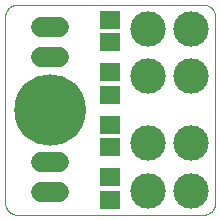
<source format=gts>
G75*
%MOIN*%
%OFA0B0*%
%FSLAX25Y25*%
%IPPOS*%
%LPD*%
%AMOC8*
5,1,8,0,0,1.08239X$1,22.5*
%
%ADD10C,0.00000*%
%ADD11C,0.23800*%
%ADD12C,0.11800*%
%ADD13R,0.07099X0.05918*%
%ADD14C,0.06737*%
D10*
X0001000Y0004937D02*
X0001000Y0067063D01*
X0001002Y0067187D01*
X0001008Y0067310D01*
X0001017Y0067434D01*
X0001031Y0067556D01*
X0001048Y0067679D01*
X0001070Y0067801D01*
X0001095Y0067922D01*
X0001124Y0068042D01*
X0001156Y0068161D01*
X0001193Y0068280D01*
X0001233Y0068397D01*
X0001276Y0068512D01*
X0001324Y0068627D01*
X0001375Y0068739D01*
X0001429Y0068850D01*
X0001487Y0068960D01*
X0001548Y0069067D01*
X0001613Y0069173D01*
X0001681Y0069276D01*
X0001752Y0069377D01*
X0001826Y0069476D01*
X0001903Y0069573D01*
X0001984Y0069667D01*
X0002067Y0069758D01*
X0002153Y0069847D01*
X0002242Y0069933D01*
X0002333Y0070016D01*
X0002427Y0070097D01*
X0002524Y0070174D01*
X0002623Y0070248D01*
X0002724Y0070319D01*
X0002827Y0070387D01*
X0002933Y0070452D01*
X0003040Y0070513D01*
X0003150Y0070571D01*
X0003261Y0070625D01*
X0003373Y0070676D01*
X0003488Y0070724D01*
X0003603Y0070767D01*
X0003720Y0070807D01*
X0003839Y0070844D01*
X0003958Y0070876D01*
X0004078Y0070905D01*
X0004199Y0070930D01*
X0004321Y0070952D01*
X0004444Y0070969D01*
X0004566Y0070983D01*
X0004690Y0070992D01*
X0004813Y0070998D01*
X0004937Y0071000D01*
X0067063Y0071000D01*
X0067187Y0070998D01*
X0067310Y0070992D01*
X0067434Y0070983D01*
X0067556Y0070969D01*
X0067679Y0070952D01*
X0067801Y0070930D01*
X0067922Y0070905D01*
X0068042Y0070876D01*
X0068161Y0070844D01*
X0068280Y0070807D01*
X0068397Y0070767D01*
X0068512Y0070724D01*
X0068627Y0070676D01*
X0068739Y0070625D01*
X0068850Y0070571D01*
X0068960Y0070513D01*
X0069067Y0070452D01*
X0069173Y0070387D01*
X0069276Y0070319D01*
X0069377Y0070248D01*
X0069476Y0070174D01*
X0069573Y0070097D01*
X0069667Y0070016D01*
X0069758Y0069933D01*
X0069847Y0069847D01*
X0069933Y0069758D01*
X0070016Y0069667D01*
X0070097Y0069573D01*
X0070174Y0069476D01*
X0070248Y0069377D01*
X0070319Y0069276D01*
X0070387Y0069173D01*
X0070452Y0069067D01*
X0070513Y0068960D01*
X0070571Y0068850D01*
X0070625Y0068739D01*
X0070676Y0068627D01*
X0070724Y0068512D01*
X0070767Y0068397D01*
X0070807Y0068280D01*
X0070844Y0068161D01*
X0070876Y0068042D01*
X0070905Y0067922D01*
X0070930Y0067801D01*
X0070952Y0067679D01*
X0070969Y0067556D01*
X0070983Y0067434D01*
X0070992Y0067310D01*
X0070998Y0067187D01*
X0071000Y0067063D01*
X0071000Y0004937D01*
X0070998Y0004813D01*
X0070992Y0004690D01*
X0070983Y0004566D01*
X0070969Y0004444D01*
X0070952Y0004321D01*
X0070930Y0004199D01*
X0070905Y0004078D01*
X0070876Y0003958D01*
X0070844Y0003839D01*
X0070807Y0003720D01*
X0070767Y0003603D01*
X0070724Y0003488D01*
X0070676Y0003373D01*
X0070625Y0003261D01*
X0070571Y0003150D01*
X0070513Y0003040D01*
X0070452Y0002933D01*
X0070387Y0002827D01*
X0070319Y0002724D01*
X0070248Y0002623D01*
X0070174Y0002524D01*
X0070097Y0002427D01*
X0070016Y0002333D01*
X0069933Y0002242D01*
X0069847Y0002153D01*
X0069758Y0002067D01*
X0069667Y0001984D01*
X0069573Y0001903D01*
X0069476Y0001826D01*
X0069377Y0001752D01*
X0069276Y0001681D01*
X0069173Y0001613D01*
X0069067Y0001548D01*
X0068960Y0001487D01*
X0068850Y0001429D01*
X0068739Y0001375D01*
X0068627Y0001324D01*
X0068512Y0001276D01*
X0068397Y0001233D01*
X0068280Y0001193D01*
X0068161Y0001156D01*
X0068042Y0001124D01*
X0067922Y0001095D01*
X0067801Y0001070D01*
X0067679Y0001048D01*
X0067556Y0001031D01*
X0067434Y0001017D01*
X0067310Y0001008D01*
X0067187Y0001002D01*
X0067063Y0001000D01*
X0004937Y0001000D01*
X0004813Y0001002D01*
X0004690Y0001008D01*
X0004566Y0001017D01*
X0004444Y0001031D01*
X0004321Y0001048D01*
X0004199Y0001070D01*
X0004078Y0001095D01*
X0003958Y0001124D01*
X0003839Y0001156D01*
X0003720Y0001193D01*
X0003603Y0001233D01*
X0003488Y0001276D01*
X0003373Y0001324D01*
X0003261Y0001375D01*
X0003150Y0001429D01*
X0003040Y0001487D01*
X0002933Y0001548D01*
X0002827Y0001613D01*
X0002724Y0001681D01*
X0002623Y0001752D01*
X0002524Y0001826D01*
X0002427Y0001903D01*
X0002333Y0001984D01*
X0002242Y0002067D01*
X0002153Y0002153D01*
X0002067Y0002242D01*
X0001984Y0002333D01*
X0001903Y0002427D01*
X0001826Y0002524D01*
X0001752Y0002623D01*
X0001681Y0002724D01*
X0001613Y0002827D01*
X0001548Y0002933D01*
X0001487Y0003040D01*
X0001429Y0003150D01*
X0001375Y0003261D01*
X0001324Y0003373D01*
X0001276Y0003488D01*
X0001233Y0003603D01*
X0001193Y0003720D01*
X0001156Y0003839D01*
X0001124Y0003958D01*
X0001095Y0004078D01*
X0001070Y0004199D01*
X0001048Y0004321D01*
X0001031Y0004444D01*
X0001017Y0004566D01*
X0001008Y0004690D01*
X0001002Y0004813D01*
X0001000Y0004937D01*
X0004500Y0036000D02*
X0004503Y0036282D01*
X0004514Y0036564D01*
X0004531Y0036846D01*
X0004555Y0037127D01*
X0004586Y0037408D01*
X0004624Y0037687D01*
X0004669Y0037966D01*
X0004721Y0038244D01*
X0004779Y0038520D01*
X0004845Y0038794D01*
X0004917Y0039067D01*
X0004995Y0039338D01*
X0005080Y0039607D01*
X0005172Y0039874D01*
X0005271Y0040139D01*
X0005375Y0040401D01*
X0005487Y0040660D01*
X0005604Y0040917D01*
X0005728Y0041171D01*
X0005858Y0041421D01*
X0005994Y0041668D01*
X0006136Y0041912D01*
X0006284Y0042152D01*
X0006438Y0042389D01*
X0006598Y0042622D01*
X0006763Y0042851D01*
X0006934Y0043075D01*
X0007110Y0043296D01*
X0007292Y0043511D01*
X0007479Y0043723D01*
X0007671Y0043930D01*
X0007868Y0044132D01*
X0008070Y0044329D01*
X0008277Y0044521D01*
X0008489Y0044708D01*
X0008704Y0044890D01*
X0008925Y0045066D01*
X0009149Y0045237D01*
X0009378Y0045402D01*
X0009611Y0045562D01*
X0009848Y0045716D01*
X0010088Y0045864D01*
X0010332Y0046006D01*
X0010579Y0046142D01*
X0010829Y0046272D01*
X0011083Y0046396D01*
X0011340Y0046513D01*
X0011599Y0046625D01*
X0011861Y0046729D01*
X0012126Y0046828D01*
X0012393Y0046920D01*
X0012662Y0047005D01*
X0012933Y0047083D01*
X0013206Y0047155D01*
X0013480Y0047221D01*
X0013756Y0047279D01*
X0014034Y0047331D01*
X0014313Y0047376D01*
X0014592Y0047414D01*
X0014873Y0047445D01*
X0015154Y0047469D01*
X0015436Y0047486D01*
X0015718Y0047497D01*
X0016000Y0047500D01*
X0016282Y0047497D01*
X0016564Y0047486D01*
X0016846Y0047469D01*
X0017127Y0047445D01*
X0017408Y0047414D01*
X0017687Y0047376D01*
X0017966Y0047331D01*
X0018244Y0047279D01*
X0018520Y0047221D01*
X0018794Y0047155D01*
X0019067Y0047083D01*
X0019338Y0047005D01*
X0019607Y0046920D01*
X0019874Y0046828D01*
X0020139Y0046729D01*
X0020401Y0046625D01*
X0020660Y0046513D01*
X0020917Y0046396D01*
X0021171Y0046272D01*
X0021421Y0046142D01*
X0021668Y0046006D01*
X0021912Y0045864D01*
X0022152Y0045716D01*
X0022389Y0045562D01*
X0022622Y0045402D01*
X0022851Y0045237D01*
X0023075Y0045066D01*
X0023296Y0044890D01*
X0023511Y0044708D01*
X0023723Y0044521D01*
X0023930Y0044329D01*
X0024132Y0044132D01*
X0024329Y0043930D01*
X0024521Y0043723D01*
X0024708Y0043511D01*
X0024890Y0043296D01*
X0025066Y0043075D01*
X0025237Y0042851D01*
X0025402Y0042622D01*
X0025562Y0042389D01*
X0025716Y0042152D01*
X0025864Y0041912D01*
X0026006Y0041668D01*
X0026142Y0041421D01*
X0026272Y0041171D01*
X0026396Y0040917D01*
X0026513Y0040660D01*
X0026625Y0040401D01*
X0026729Y0040139D01*
X0026828Y0039874D01*
X0026920Y0039607D01*
X0027005Y0039338D01*
X0027083Y0039067D01*
X0027155Y0038794D01*
X0027221Y0038520D01*
X0027279Y0038244D01*
X0027331Y0037966D01*
X0027376Y0037687D01*
X0027414Y0037408D01*
X0027445Y0037127D01*
X0027469Y0036846D01*
X0027486Y0036564D01*
X0027497Y0036282D01*
X0027500Y0036000D01*
X0027497Y0035718D01*
X0027486Y0035436D01*
X0027469Y0035154D01*
X0027445Y0034873D01*
X0027414Y0034592D01*
X0027376Y0034313D01*
X0027331Y0034034D01*
X0027279Y0033756D01*
X0027221Y0033480D01*
X0027155Y0033206D01*
X0027083Y0032933D01*
X0027005Y0032662D01*
X0026920Y0032393D01*
X0026828Y0032126D01*
X0026729Y0031861D01*
X0026625Y0031599D01*
X0026513Y0031340D01*
X0026396Y0031083D01*
X0026272Y0030829D01*
X0026142Y0030579D01*
X0026006Y0030332D01*
X0025864Y0030088D01*
X0025716Y0029848D01*
X0025562Y0029611D01*
X0025402Y0029378D01*
X0025237Y0029149D01*
X0025066Y0028925D01*
X0024890Y0028704D01*
X0024708Y0028489D01*
X0024521Y0028277D01*
X0024329Y0028070D01*
X0024132Y0027868D01*
X0023930Y0027671D01*
X0023723Y0027479D01*
X0023511Y0027292D01*
X0023296Y0027110D01*
X0023075Y0026934D01*
X0022851Y0026763D01*
X0022622Y0026598D01*
X0022389Y0026438D01*
X0022152Y0026284D01*
X0021912Y0026136D01*
X0021668Y0025994D01*
X0021421Y0025858D01*
X0021171Y0025728D01*
X0020917Y0025604D01*
X0020660Y0025487D01*
X0020401Y0025375D01*
X0020139Y0025271D01*
X0019874Y0025172D01*
X0019607Y0025080D01*
X0019338Y0024995D01*
X0019067Y0024917D01*
X0018794Y0024845D01*
X0018520Y0024779D01*
X0018244Y0024721D01*
X0017966Y0024669D01*
X0017687Y0024624D01*
X0017408Y0024586D01*
X0017127Y0024555D01*
X0016846Y0024531D01*
X0016564Y0024514D01*
X0016282Y0024503D01*
X0016000Y0024500D01*
X0015718Y0024503D01*
X0015436Y0024514D01*
X0015154Y0024531D01*
X0014873Y0024555D01*
X0014592Y0024586D01*
X0014313Y0024624D01*
X0014034Y0024669D01*
X0013756Y0024721D01*
X0013480Y0024779D01*
X0013206Y0024845D01*
X0012933Y0024917D01*
X0012662Y0024995D01*
X0012393Y0025080D01*
X0012126Y0025172D01*
X0011861Y0025271D01*
X0011599Y0025375D01*
X0011340Y0025487D01*
X0011083Y0025604D01*
X0010829Y0025728D01*
X0010579Y0025858D01*
X0010332Y0025994D01*
X0010088Y0026136D01*
X0009848Y0026284D01*
X0009611Y0026438D01*
X0009378Y0026598D01*
X0009149Y0026763D01*
X0008925Y0026934D01*
X0008704Y0027110D01*
X0008489Y0027292D01*
X0008277Y0027479D01*
X0008070Y0027671D01*
X0007868Y0027868D01*
X0007671Y0028070D01*
X0007479Y0028277D01*
X0007292Y0028489D01*
X0007110Y0028704D01*
X0006934Y0028925D01*
X0006763Y0029149D01*
X0006598Y0029378D01*
X0006438Y0029611D01*
X0006284Y0029848D01*
X0006136Y0030088D01*
X0005994Y0030332D01*
X0005858Y0030579D01*
X0005728Y0030829D01*
X0005604Y0031083D01*
X0005487Y0031340D01*
X0005375Y0031599D01*
X0005271Y0031861D01*
X0005172Y0032126D01*
X0005080Y0032393D01*
X0004995Y0032662D01*
X0004917Y0032933D01*
X0004845Y0033206D01*
X0004779Y0033480D01*
X0004721Y0033756D01*
X0004669Y0034034D01*
X0004624Y0034313D01*
X0004586Y0034592D01*
X0004555Y0034873D01*
X0004531Y0035154D01*
X0004514Y0035436D01*
X0004503Y0035718D01*
X0004500Y0036000D01*
D11*
X0016000Y0036000D03*
D12*
X0048500Y0024780D03*
X0062900Y0024780D03*
X0062900Y0009031D03*
X0048500Y0009031D03*
X0048500Y0047220D03*
X0062900Y0047220D03*
X0062900Y0062969D03*
X0048500Y0062969D03*
D13*
X0036000Y0065990D03*
X0036000Y0058510D03*
X0036000Y0048490D03*
X0036000Y0041010D03*
X0036000Y0030990D03*
X0036000Y0023510D03*
X0036000Y0013490D03*
X0036000Y0006010D03*
D14*
X0018969Y0008500D02*
X0013031Y0008500D01*
X0013031Y0018500D02*
X0018969Y0018500D01*
X0018969Y0053500D02*
X0013031Y0053500D01*
X0013031Y0063500D02*
X0018969Y0063500D01*
M02*

</source>
